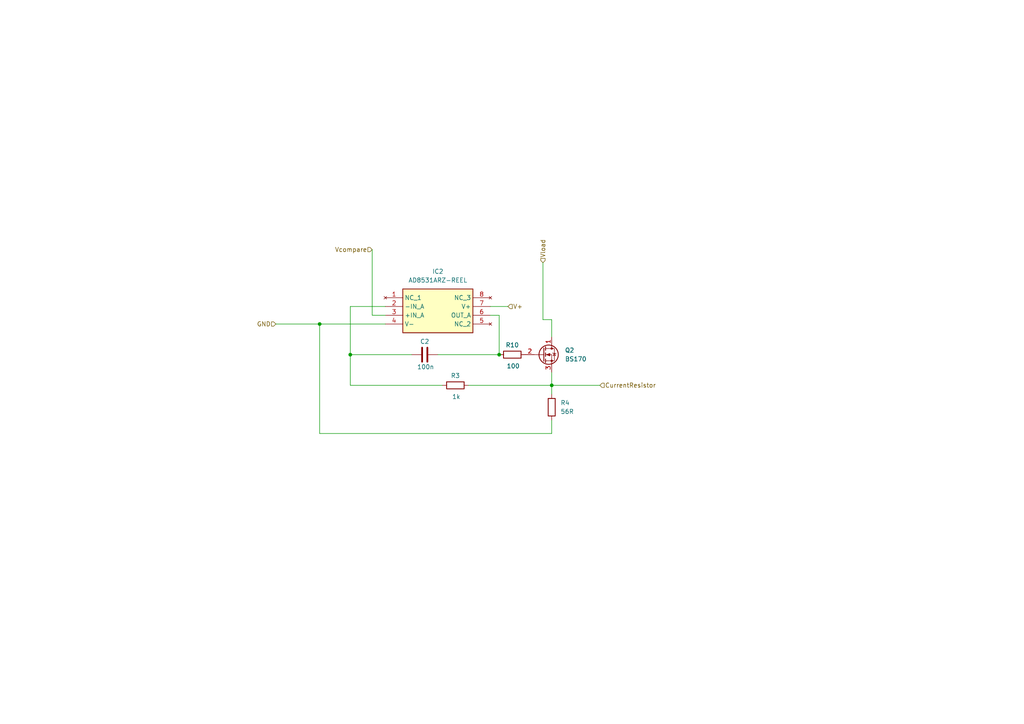
<source format=kicad_sch>
(kicad_sch (version 20250114) (generator "eeschema") (generator_version "9.0")
  (paper "A4")
  (lib_symbols
    (symbol "AD8531ARZ-REEL:AD8531ARZ-REEL"
      (property "Reference" "IC" (at 26.67 7.62 0))
      (property "Value" "AD8531ARZ-REEL" (at 26.67 5.08 0))
      (symbol "AD8531ARZ-REEL_1_1"
        (rectangle (start 5.08 2.54) (end 25.4 -10.16) (stroke (width 0.254)) (fill (type background)))
        (pin no_connect line (at 0 0 0) (length 5.08) (name "NC_1") (number "1"))
        (pin input line (at 0 -2.54 0) (length 5.08) (name "-IN_A") (number "2"))
        (pin input line (at 0 -5.08 0) (length 5.08) (name "+IN_A") (number "3"))
        (pin power_in line (at 0 -7.62 0) (length 5.08) (name "V-") (number "4"))
        (pin no_connect line (at 30.48 0 180) (length 5.08) (name "NC_3") (number "8"))
        (pin power_in line (at 30.48 -2.54 180) (length 5.08) (name "V+") (number "7"))
        (pin output line (at 30.48 -5.08 180) (length 5.08) (name "OUT_A") (number "6"))
        (pin no_connect line (at 30.48 -7.62 180) (length 5.08) (name "NC_2") (number "5"))
      )
    )
    (symbol "Device:C" (pin_numbers (hide yes)) (pin_names (offset 0.254))
      (property "Reference" "C" (at 0.635 2.54 0))
      (property "Value" "C" (at 0.635 -2.54 0))
      (symbol "C_0_1"
        (polyline (pts (xy -2.032 0.762) (xy 2.032 0.762)) (stroke (width 0.508)))
        (polyline (pts (xy -2.032 -0.762) (xy 2.032 -0.762)) (stroke (width 0.508)))
      )
      (symbol "C_1_1"
        (pin passive line (at 0 3.81 270) (length 2.794) (name "~") (number "1"))
        (pin passive line (at 0 -3.81 90) (length 2.794) (name "~") (number "2"))
      )
    )
    (symbol "Device:R" (pin_numbers (hide yes)) (pin_names (offset 0))
      (property "Reference" "R" (at 2.032 0 90))
      (property "Value" "R" (at 0 0 90))
      (symbol "R_0_1"
        (rectangle (start -1.016 -2.54) (end 1.016 2.54) (stroke (width 0.254)))
      )
      (symbol "R_1_1"
        (pin passive line (at 0 3.81 270) (length 1.27) (name "~") (number "1"))
        (pin passive line (at 0 -3.81 90) (length 1.27) (name "~") (number "2"))
      )
    )
    (symbol "Transistor_FET:BS170" (pin_names (hide yes))
      (property "Reference" "Q" (at 5.08 1.905 0))
      (property "Value" "BS170" (at 5.08 0 0))
      (symbol "BS170_0_1"
        (polyline (pts (xy 0.254 1.905) (xy 0.254 -1.905)) (stroke (width 0.254)))
        (polyline (pts (xy 0.254 0) (xy -2.54 0)))
        (polyline (pts (xy 0.762 2.286) (xy 0.762 1.27)) (stroke (width 0.254)))
        (polyline (pts (xy 0.762 0.508) (xy 0.762 -0.508)) (stroke (width 0.254)))
        (polyline (pts (xy 0.762 -1.27) (xy 0.762 -2.286)) (stroke (width 0.254)))
        (polyline (pts (xy 0.762 -1.778) (xy 3.302 -1.778) (xy 3.302 1.778) (xy 0.762 1.778)))
        (polyline (pts (xy 1.016 0) (xy 2.032 0.381) (xy 2.032 -0.381) (xy 1.016 0)) (fill (type outline)))
        (circle (center 1.651 0) (radius 2.794) (stroke (width 0.254)))
        (polyline (pts (xy 2.54 2.54) (xy 2.54 1.778)))
        (circle (center 2.54 1.778) (radius 0.254) (fill (type outline)))
        (circle (center 2.54 -1.778) (radius 0.254) (fill (type outline)))
        (polyline (pts (xy 2.54 -2.54) (xy 2.54 0) (xy 0.762 0)))
        (polyline (pts (xy 2.794 0.508) (xy 2.921 0.381) (xy 3.683 0.381) (xy 3.81 0.254)))
        (polyline (pts (xy 3.302 0.381) (xy 2.921 -0.254) (xy 3.683 -0.254) (xy 3.302 0.381)))
      )
      (symbol "BS170_1_1"
        (pin input line (at -5.08 0 0) (length 2.54) (name "G") (number "2"))
        (pin passive line (at 2.54 5.08 270) (length 2.54) (name "D") (number "1"))
        (pin passive line (at 2.54 -5.08 90) (length 2.54) (name "S") (number "3"))
      )
    )
  )
  (junction (at 160.02 111.76))
  (junction (at 144.78 102.87))
  (junction (at 92.71 93.98))
  (junction (at 101.6 102.87))
  (wire (pts (xy 101.6 111.76) (xy 128.27 111.76)))
  (wire (pts (xy 111.76 88.9) (xy 101.6 88.9)))
  (wire (pts (xy 157.48 92.71) (xy 160.02 92.71)))
  (wire (pts (xy 142.24 88.9) (xy 147.32 88.9)))
  (wire (pts (xy 107.95 91.44) (xy 107.95 72.39)))
  (wire (pts (xy 160.02 92.71) (xy 160.02 97.79)))
  (wire (pts (xy 160.02 114.3) (xy 160.02 111.76)))
  (wire (pts (xy 127 102.87) (xy 144.78 102.87)))
  (wire (pts (xy 101.6 88.9) (xy 101.6 102.87)))
  (wire (pts (xy 160.02 107.95) (xy 160.02 111.76)))
  (wire (pts (xy 157.48 76.2) (xy 157.48 92.71)))
  (wire (pts (xy 142.24 91.44) (xy 144.78 91.44)))
  (wire (pts (xy 111.76 91.44) (xy 107.95 91.44)))
  (wire (pts (xy 101.6 102.87) (xy 101.6 111.76)))
  (wire (pts (xy 160.02 125.73) (xy 92.71 125.73)))
  (wire (pts (xy 173.99 111.76) (xy 160.02 111.76)))
  (wire (pts (xy 160.02 121.92) (xy 160.02 125.73)))
  (wire (pts (xy 92.71 125.73) (xy 92.71 93.98)))
  (wire (pts (xy 92.71 93.98) (xy 111.76 93.98)))
  (wire (pts (xy 92.71 93.98) (xy 80.01 93.98)))
  (wire (pts (xy 135.89 111.76) (xy 160.02 111.76)))
  (wire (pts (xy 144.78 91.44) (xy 144.78 102.87)))
  (wire (pts (xy 101.6 102.87) (xy 119.38 102.87)))
  (hierarchical_label "Vload" (shape input) (at 157.48 76.2 90))
  (hierarchical_label "CurrentResistor" (shape input) (at 173.99 111.76 0))
  (hierarchical_label "GND" (shape input) (at 80.01 93.98 180))
  (hierarchical_label "Vcompare" (shape input) (at 107.95 72.39 180))
  (hierarchical_label "V+" (shape input) (at 147.32 88.9 0))
  (symbol (lib_id "Device:R") (at 148.59 102.87 90) (unit 1)
    (property "Reference" "R10" (at 148.59 100.076 90))
    (property "Value" "100" (at 148.844 106.172 90))
    (property "Footprint" "Resistor_SMD:R_2010_5025Metric_Pad1.40x2.65mm_HandSolder" (effects (hide yes)))
    (property "Description" "Resistor" (effects (hide yes)))
  )
  (symbol (lib_id "Device:C") (at 123.19 102.87 90) (unit 1)
    (property "Reference" "C2" (at 123.19 99.06 90))
    (property "Value" "100n" (at 123.444 106.426 90))
    (property "Footprint" "Capacitor_SMD:C_1210_3225Metric_Pad1.33x2.70mm_HandSolder" (effects (hide yes)))
    (property "Description" "Unpolarized capacitor" (effects (hide yes)))
  )
  (symbol (lib_id "AD8531ARZ-REEL:AD8531ARZ-REEL") (at 111.76 86.36 0) (unit 1)
    (property "Reference" "IC2" (at 127 78.74 0))
    (property "Value" "AD8531ARZ-REEL" (at 127 81.28 0))
    (property "Footprint" "Package_SO:SOIC-8_3.9x4.9mm_P1.27mm" (effects (hide yes)))
    (property "Datasheet" "https://www.analog.com/AD8531/datasheet" (effects (hide yes)))
    (property "Description" "250 mA Output, Low Cost, Single-Supply Amplifier" (effects (hide yes)))
    (property "Height" "1.75" (effects (hide yes)))
    (property "Mouser Part Number" "584-AD8531ARZ-R" (effects (hide yes)))
    (property "Mouser Price/Stock" "https://www.mouser.co.uk/ProductDetail/Analog-Devices/AD8531ARZ-REEL?qs=%2FtpEQrCGXCyCyVbrdDIVlg%3D%3D" (effects (hide yes)))
    (property "Manufacturer_Name" "Analog Devices" (effects (hide yes)))
    (property "Manufacturer_Part_Number" "AD8531ARZ-REEL" (effects (hide yes)))
  )
  (symbol (lib_id "Device:R") (at 160.02 118.11 0) (unit 1)
    (property "Reference" "R4" (at 162.56 116.8399 0) (effects (justify left)))
    (property "Value" "56R" (at 162.56 119.3799 0) (effects (justify left)))
    (property "Footprint" "Resistor_SMD:R_2010_5025Metric_Pad1.40x2.65mm_HandSolder" (effects (hide yes)))
    (property "Description" "Resistor" (effects (hide yes)))
  )
  (symbol (lib_id "Transistor_FET:BS170") (at 157.48 102.87 0) (unit 1)
    (property "Reference" "Q2" (at 163.83 101.5999 0) (effects (justify left)))
    (property "Value" "BS170" (at 163.83 104.1399 0) (effects (justify left)))
    (property "Footprint" "Package_TO_SOT_SMD:SOT-23_Handsoldering" (effects (hide yes)))
    (property "Datasheet" "https://www.onsemi.com/pub/Collateral/BS170-D.PDF" (effects (hide yes)))
    (property "Description" "0.5A Id, 60V Vds, N-Channel MOSFET, TO-92" (effects (hide yes)))
  )
  (symbol (lib_id "Device:R") (at 132.08 111.76 90) (unit 1)
    (property "Reference" "R3" (at 132.08 108.966 90))
    (property "Value" "1k" (at 132.334 115.062 90))
    (property "Footprint" "Resistor_SMD:R_2010_5025Metric_Pad1.40x2.65mm_HandSolder" (effects (hide yes)))
    (property "Description" "Resistor" (effects (hide yes)))
  )
)
</source>
